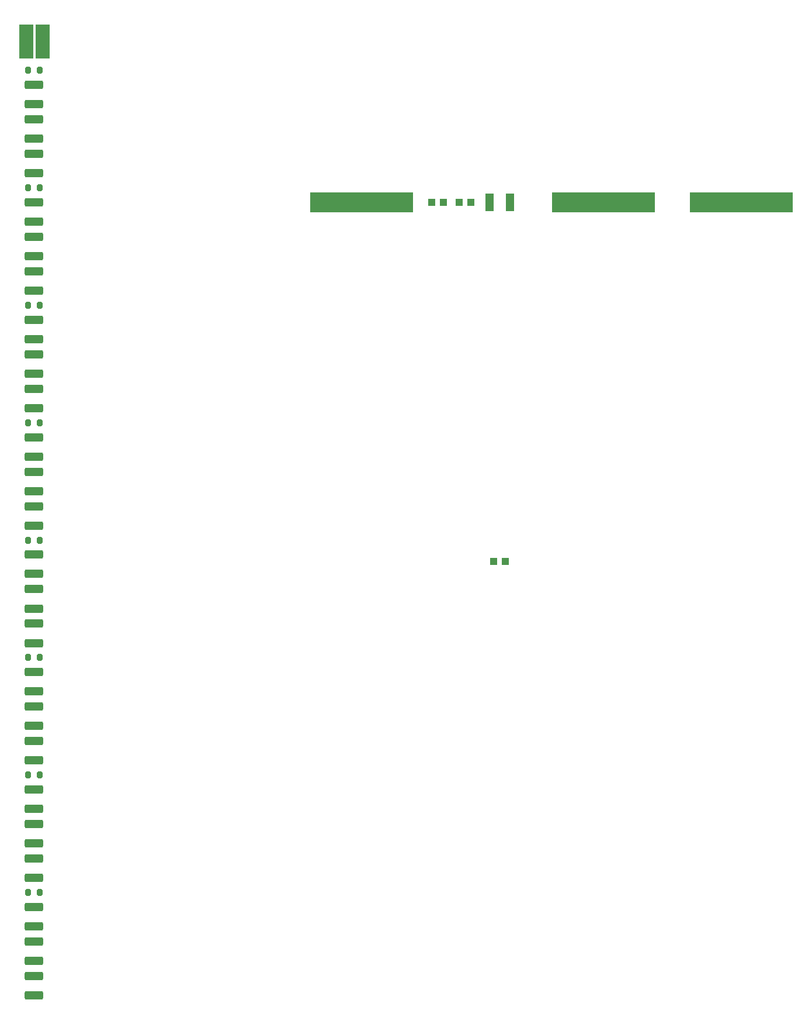
<source format=gbr>
%TF.GenerationSoftware,KiCad,Pcbnew,9.0.4*%
%TF.CreationDate,2025-09-03T20:12:05-03:00*%
%TF.ProjectId,Buildplate_v1.0,4275696c-6470-46c6-9174-655f76312e30,rev?*%
%TF.SameCoordinates,Original*%
%TF.FileFunction,Paste,Top*%
%TF.FilePolarity,Positive*%
%FSLAX46Y46*%
G04 Gerber Fmt 4.6, Leading zero omitted, Abs format (unit mm)*
G04 Created by KiCad (PCBNEW 9.0.4) date 2025-09-03 20:12:05*
%MOMM*%
%LPD*%
G01*
G04 APERTURE LIST*
G04 Aperture macros list*
%AMRoundRect*
0 Rectangle with rounded corners*
0 $1 Rounding radius*
0 $2 $3 $4 $5 $6 $7 $8 $9 X,Y pos of 4 corners*
0 Add a 4 corners polygon primitive as box body*
4,1,4,$2,$3,$4,$5,$6,$7,$8,$9,$2,$3,0*
0 Add four circle primitives for the rounded corners*
1,1,$1+$1,$2,$3*
1,1,$1+$1,$4,$5*
1,1,$1+$1,$6,$7*
1,1,$1+$1,$8,$9*
0 Add four rect primitives between the rounded corners*
20,1,$1+$1,$2,$3,$4,$5,0*
20,1,$1+$1,$4,$5,$6,$7,0*
20,1,$1+$1,$6,$7,$8,$9,0*
20,1,$1+$1,$8,$9,$2,$3,0*%
G04 Aperture macros list end*
%ADD10R,15.000000X3.000000*%
%ADD11RoundRect,0.250000X1.075000X-0.375000X1.075000X0.375000X-1.075000X0.375000X-1.075000X-0.375000X0*%
%ADD12RoundRect,0.200000X-0.200000X-0.275000X0.200000X-0.275000X0.200000X0.275000X-0.200000X0.275000X0*%
%ADD13R,1.100000X1.000000*%
%ADD14R,2.000000X5.000000*%
%ADD15R,1.270000X2.540000*%
G04 APERTURE END LIST*
D10*
%TO.C,UNK1*%
X-20000000Y56000000D03*
%TD*%
D11*
%TO.C,REF\u002A\u002A*%
X-67500000Y19200000D03*
X-67500000Y22000000D03*
%TD*%
D12*
%TO.C,REF\u002A\u002A*%
X-68325000Y41100000D03*
X-66675000Y41100000D03*
%TD*%
D11*
%TO.C,REF\u002A\u002A*%
X-67500000Y48200000D03*
X-67500000Y51000000D03*
%TD*%
%TO.C,REF\u002A\u002A*%
X-67500000Y-58800000D03*
X-67500000Y-56000000D03*
%TD*%
D13*
%TO.C,R_LED1*%
X-9850000Y56000000D03*
X-8150000Y56000000D03*
%TD*%
D11*
%TO.C,REF\u002A\u002A*%
X-67500000Y-7800000D03*
X-67500000Y-5000000D03*
%TD*%
D13*
%TO.C,LED1*%
X-5850000Y56000000D03*
X-4150000Y56000000D03*
%TD*%
D11*
%TO.C,REF\u002A\u002A*%
X-67500000Y-36800000D03*
X-67500000Y-34000000D03*
%TD*%
%TO.C,REF\u002A\u002A*%
X-67500000Y9200000D03*
X-67500000Y12000000D03*
%TD*%
%TO.C,REF\u002A\u002A*%
X-67500000Y-2800000D03*
X-67500000Y0D03*
%TD*%
%TO.C,REF\u002A\u002A*%
X-67500000Y2200000D03*
X-67500000Y5000000D03*
%TD*%
D12*
%TO.C,REF\u002A\u002A*%
X-68325000Y-26900000D03*
X-66675000Y-26900000D03*
%TD*%
D14*
%TO.C,UNK1*%
X-66250000Y79250000D03*
%TD*%
D12*
%TO.C,REF\u002A\u002A*%
X-68325000Y58100000D03*
X-66675000Y58100000D03*
%TD*%
D10*
%TO.C,UNK2*%
X15000000Y56000000D03*
%TD*%
D12*
%TO.C,REF\u002A\u002A*%
X-68325000Y-43900000D03*
X-66675000Y-43900000D03*
%TD*%
D11*
%TO.C,REF\u002A\u002A*%
X-67500000Y-53800000D03*
X-67500000Y-51000000D03*
%TD*%
D12*
%TO.C,REF\u002A\u002A*%
X-68325000Y-9900000D03*
X-66675000Y-9900000D03*
%TD*%
D11*
%TO.C,REF\u002A\u002A*%
X-67500000Y65200000D03*
X-67500000Y68000000D03*
%TD*%
%TO.C,REF\u002A\u002A*%
X-67500000Y-48800000D03*
X-67500000Y-46000000D03*
%TD*%
D14*
%TO.C,UNK1*%
X-68625000Y79250000D03*
%TD*%
D11*
%TO.C,REF\u002A\u002A*%
X-67500000Y60200000D03*
X-67500000Y63000000D03*
%TD*%
%TO.C,REF\u002A\u002A*%
X-67500000Y14200000D03*
X-67500000Y17000000D03*
%TD*%
D15*
%TO.C,U$5*%
X1500000Y56000000D03*
%TD*%
D13*
%TO.C,NTC*%
X-850000Y4000000D03*
X850000Y4000000D03*
%TD*%
D12*
%TO.C,REF\u002A\u002A*%
X-68325000Y75100000D03*
X-66675000Y75100000D03*
%TD*%
%TO.C,REF\u002A\u002A*%
X-68325000Y24100000D03*
X-66675000Y24100000D03*
%TD*%
D11*
%TO.C,REF\u002A\u002A*%
X-67500000Y53200000D03*
X-67500000Y56000000D03*
%TD*%
D15*
%TO.C,U$4*%
X-1500000Y56000000D03*
%TD*%
D11*
%TO.C,REF\u002A\u002A*%
X-67500000Y26200000D03*
X-67500000Y29000000D03*
%TD*%
%TO.C,REF\u002A\u002A*%
X-67500000Y70200000D03*
X-67500000Y73000000D03*
%TD*%
D10*
%TO.C,UNK3*%
X35000000Y56000000D03*
%TD*%
D12*
%TO.C,REF\u002A\u002A*%
X-68325000Y7100000D03*
X-66675000Y7100000D03*
%TD*%
D11*
%TO.C,REF\u002A\u002A*%
X-67500000Y-41800000D03*
X-67500000Y-39000000D03*
%TD*%
%TO.C,REF\u002A\u002A*%
X-67500000Y-14800000D03*
X-67500000Y-12000000D03*
%TD*%
%TO.C,REF\u002A\u002A*%
X-67500000Y36200000D03*
X-67500000Y39000000D03*
%TD*%
%TO.C,REF\u002A\u002A*%
X-67500000Y31200000D03*
X-67500000Y34000000D03*
%TD*%
%TO.C,REF\u002A\u002A*%
X-67500000Y-31800000D03*
X-67500000Y-29000000D03*
%TD*%
%TO.C,REF\u002A\u002A*%
X-67500000Y-24800000D03*
X-67500000Y-22000000D03*
%TD*%
%TO.C,REF\u002A\u002A*%
X-67500000Y43200000D03*
X-67500000Y46000000D03*
%TD*%
%TO.C,REF\u002A\u002A*%
X-67500000Y-19800000D03*
X-67500000Y-17000000D03*
%TD*%
M02*

</source>
